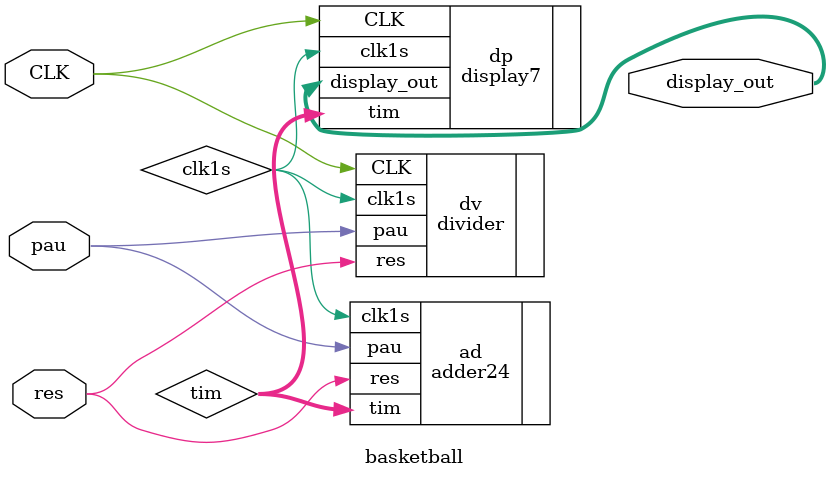
<source format=v>
`timescale 1ns / 1ps


module basketball(
    input CLK,
    input res,
    input pau,
    output [10:0] display_out
    );
    
    wire clk1s;
    wire [15:0] tim;

    divider dv(.CLK(CLK),.res(res),.pau(pau),.clk1s(clk1s));
    adder24 ad(.clk1s(clk1s),.res(res),.pau(pau),.tim(tim));
    display7 dp(.CLK(CLK),.clk1s(clk1s),.tim(tim),.display_out(display_out));
    
endmodule

</source>
